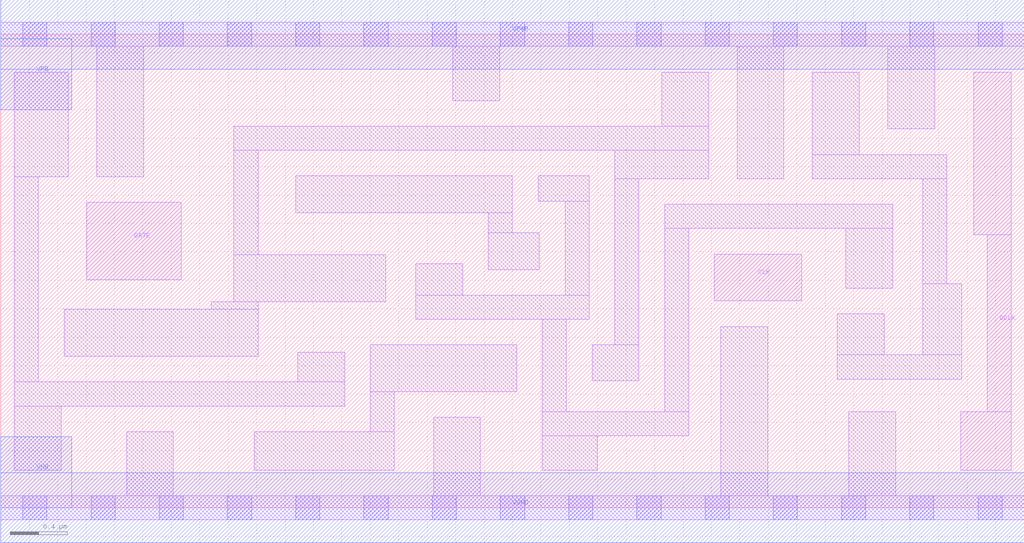
<source format=lef>
# Copyright 2020 The SkyWater PDK Authors
#
# Licensed under the Apache License, Version 2.0 (the "License");
# you may not use this file except in compliance with the License.
# You may obtain a copy of the License at
#
#     https://www.apache.org/licenses/LICENSE-2.0
#
# Unless required by applicable law or agreed to in writing, software
# distributed under the License is distributed on an "AS IS" BASIS,
# WITHOUT WARRANTIES OR CONDITIONS OF ANY KIND, either express or implied.
# See the License for the specific language governing permissions and
# limitations under the License.
#
# SPDX-License-Identifier: Apache-2.0

VERSION 5.5 ;
NAMESCASESENSITIVE ON ;
BUSBITCHARS "[]" ;
DIVIDERCHAR "/" ;
MACRO sky130_fd_sc_lp__dlclkp_lp
  CLASS CORE ;
  SOURCE USER ;
  ORIGIN  0.000000  0.000000 ;
  SIZE  7.200000 BY  3.330000 ;
  SYMMETRY X Y R90 ;
  SITE unit ;
  PIN GATE
    ANTENNAGATEAREA  0.313000 ;
    DIRECTION INPUT ;
    USE SIGNAL ;
    PORT
      LAYER li1 ;
        RECT 0.605000 1.605000 1.270000 2.150000 ;
    END
  END GATE
  PIN GCLK
    ANTENNADIFFAREA  0.389700 ;
    DIRECTION OUTPUT ;
    USE SIGNAL ;
    PORT
      LAYER li1 ;
        RECT 6.755000 0.265000 7.110000 0.675000 ;
        RECT 6.845000 1.920000 7.110000 3.065000 ;
        RECT 6.940000 0.675000 7.110000 1.920000 ;
    END
  END GCLK
  PIN CLK
    ANTENNAGATEAREA  0.689000 ;
    DIRECTION INPUT ;
    USE CLOCK ;
    PORT
      LAYER li1 ;
        RECT 5.020000 1.455000 5.635000 1.785000 ;
    END
  END CLK
  PIN VGND
    DIRECTION INOUT ;
    USE GROUND ;
    PORT
      LAYER met1 ;
        RECT 0.000000 -0.245000 7.200000 0.245000 ;
    END
  END VGND
  PIN VNB
    DIRECTION INOUT ;
    USE GROUND ;
    PORT
    END
  END VNB
  PIN VPB
    DIRECTION INOUT ;
    USE POWER ;
    PORT
    END
  END VPB
  PIN VNB
    DIRECTION INOUT ;
    USE GROUND ;
    PORT
      LAYER met1 ;
        RECT 0.000000 0.000000 0.500000 0.500000 ;
    END
  END VNB
  PIN VPB
    DIRECTION INOUT ;
    USE POWER ;
    PORT
      LAYER met1 ;
        RECT 0.000000 2.800000 0.500000 3.300000 ;
    END
  END VPB
  PIN VPWR
    DIRECTION INOUT ;
    USE POWER ;
    PORT
      LAYER met1 ;
        RECT 0.000000 3.085000 7.200000 3.575000 ;
    END
  END VPWR
  OBS
    LAYER li1 ;
      RECT 0.000000 -0.085000 7.200000 0.085000 ;
      RECT 0.000000  3.245000 7.200000 3.415000 ;
      RECT 0.095000  0.265000 0.425000 0.715000 ;
      RECT 0.095000  0.715000 2.420000 0.885000 ;
      RECT 0.095000  0.885000 0.265000 2.330000 ;
      RECT 0.095000  2.330000 0.475000 3.065000 ;
      RECT 0.445000  1.065000 1.810000 1.395000 ;
      RECT 0.675000  2.330000 1.005000 3.245000 ;
      RECT 0.885000  0.085000 1.215000 0.535000 ;
      RECT 1.480000  1.395000 1.810000 1.450000 ;
      RECT 1.640000  1.450000 2.710000 1.780000 ;
      RECT 1.640000  1.780000 1.810000 2.515000 ;
      RECT 1.640000  2.515000 4.980000 2.685000 ;
      RECT 1.785000  0.265000 2.770000 0.535000 ;
      RECT 2.075000  2.075000 3.600000 2.335000 ;
      RECT 2.090000  0.885000 2.420000 1.095000 ;
      RECT 2.600000  0.535000 2.770000 0.815000 ;
      RECT 2.600000  0.815000 3.630000 1.145000 ;
      RECT 2.920000  1.325000 4.140000 1.495000 ;
      RECT 2.920000  1.495000 3.250000 1.715000 ;
      RECT 3.045000  0.085000 3.375000 0.635000 ;
      RECT 3.180000  2.865000 3.510000 3.245000 ;
      RECT 3.430000  1.675000 3.790000 1.935000 ;
      RECT 3.430000  1.935000 3.600000 2.075000 ;
      RECT 3.780000  2.155000 4.140000 2.335000 ;
      RECT 3.810000  0.265000 4.195000 0.505000 ;
      RECT 3.810000  0.505000 4.840000 0.675000 ;
      RECT 3.810000  0.675000 3.980000 1.325000 ;
      RECT 3.970000  1.495000 4.140000 2.155000 ;
      RECT 4.160000  0.895000 4.490000 1.145000 ;
      RECT 4.320000  1.145000 4.490000 2.315000 ;
      RECT 4.320000  2.315000 4.980000 2.515000 ;
      RECT 4.650000  2.685000 4.980000 3.065000 ;
      RECT 4.670000  0.675000 4.840000 1.965000 ;
      RECT 4.670000  1.965000 6.275000 2.135000 ;
      RECT 5.065000  0.085000 5.395000 1.275000 ;
      RECT 5.180000  2.315000 5.510000 3.245000 ;
      RECT 5.710000  2.315000 6.655000 2.485000 ;
      RECT 5.710000  2.485000 6.040000 3.065000 ;
      RECT 5.885000  0.905000 6.760000 1.075000 ;
      RECT 5.885000  1.075000 6.215000 1.365000 ;
      RECT 5.945000  1.545000 6.275000 1.965000 ;
      RECT 5.965000  0.085000 6.295000 0.675000 ;
      RECT 6.240000  2.665000 6.570000 3.245000 ;
      RECT 6.485000  1.075000 6.760000 1.575000 ;
      RECT 6.485000  1.575000 6.655000 2.315000 ;
    LAYER mcon ;
      RECT 0.155000 -0.085000 0.325000 0.085000 ;
      RECT 0.155000  3.245000 0.325000 3.415000 ;
      RECT 0.635000 -0.085000 0.805000 0.085000 ;
      RECT 0.635000  3.245000 0.805000 3.415000 ;
      RECT 1.115000 -0.085000 1.285000 0.085000 ;
      RECT 1.115000  3.245000 1.285000 3.415000 ;
      RECT 1.595000 -0.085000 1.765000 0.085000 ;
      RECT 1.595000  3.245000 1.765000 3.415000 ;
      RECT 2.075000 -0.085000 2.245000 0.085000 ;
      RECT 2.075000  3.245000 2.245000 3.415000 ;
      RECT 2.555000 -0.085000 2.725000 0.085000 ;
      RECT 2.555000  3.245000 2.725000 3.415000 ;
      RECT 3.035000 -0.085000 3.205000 0.085000 ;
      RECT 3.035000  3.245000 3.205000 3.415000 ;
      RECT 3.515000 -0.085000 3.685000 0.085000 ;
      RECT 3.515000  3.245000 3.685000 3.415000 ;
      RECT 3.995000 -0.085000 4.165000 0.085000 ;
      RECT 3.995000  3.245000 4.165000 3.415000 ;
      RECT 4.475000 -0.085000 4.645000 0.085000 ;
      RECT 4.475000  3.245000 4.645000 3.415000 ;
      RECT 4.955000 -0.085000 5.125000 0.085000 ;
      RECT 4.955000  3.245000 5.125000 3.415000 ;
      RECT 5.435000 -0.085000 5.605000 0.085000 ;
      RECT 5.435000  3.245000 5.605000 3.415000 ;
      RECT 5.915000 -0.085000 6.085000 0.085000 ;
      RECT 5.915000  3.245000 6.085000 3.415000 ;
      RECT 6.395000 -0.085000 6.565000 0.085000 ;
      RECT 6.395000  3.245000 6.565000 3.415000 ;
      RECT 6.875000 -0.085000 7.045000 0.085000 ;
      RECT 6.875000  3.245000 7.045000 3.415000 ;
  END
END sky130_fd_sc_lp__dlclkp_lp
END LIBRARY

</source>
